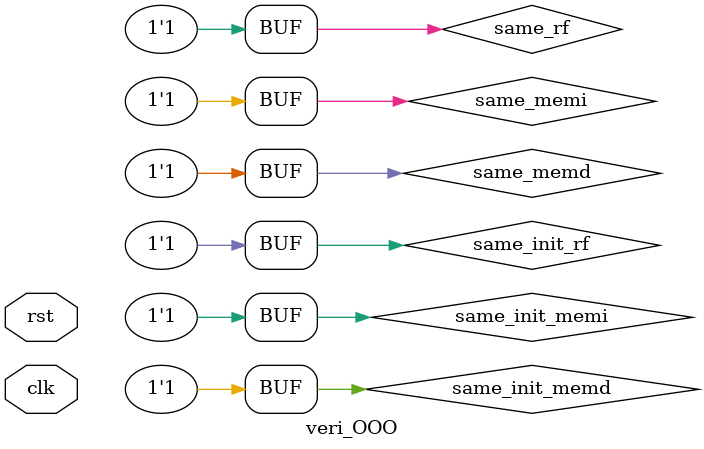
<source format=v>

`include "ISA/ISA.v"
`include "OOO_v1/OOO.v"


module veri_OOO(
  input clk,
  input rst

);

  // STEP: instantiate OOO and ISA
  OOO OOO(.clk(clk)                 , .rst(rst));
  ISA ISA(.clk(stall_ISA? 1'b0: clk), .rst(rst));


  // STEP: synchronized simulation
  reg stall_ISA;
  always @(posedge clk)
    if (rst)
      stall_ISA <= 1'b0;
    else
      stall_ISA <= !OOO.C_valid;


  // STEP: same initial state
  reg init;
  always @(posedge clk)
    if (rst)
      init <= 1'b1;
    else
      init <= 1'b0;

  wire same_pc = OOO.C_pc_last==ISA.pc_last;
  wire same_init_pc = init? same_pc: 1'b1;

  wire same_rf = OOO.rf_instance.array[0]==ISA.rf[0]
              && OOO.rf_instance.array[1]==ISA.rf[1]
              && OOO.rf_instance.array[2]==ISA.rf[2]
              && OOO.rf_instance.array[3]==ISA.rf[3];
  wire same_init_rf = init? same_rf: 1'b1;

  wire same_memi = OOO.memi_instance.array[0]==ISA.memi[0]
                && OOO.memi_instance.array[1]==ISA.memi[1]
                && OOO.memi_instance.array[2]==ISA.memi[2]
                && OOO.memi_instance.array[3]==ISA.memi[3]
                && OOO.memi_instance.array[4]==ISA.memi[4]
                && OOO.memi_instance.array[5]==ISA.memi[5]
                && OOO.memi_instance.array[6]==ISA.memi[6]
                && OOO.memi_instance.array[7]==ISA.memi[7];
  wire same_init_memi = init? same_memi: 1'b1;

  wire same_memd = OOO.memd[0]==ISA.memd[0]
                && OOO.memd[1]==ISA.memd[1]
                && OOO.memd[2]==ISA.memd[2]
                && OOO.memd[3]==ISA.memd[3];
  wire same_init_memd = init? same_memd: 1'b1;

  wire same_init_state = same_init_pc   && same_init_rf
                      && same_init_memi && same_init_memd;


  // STEP: same pc and rf forever
  wire incorrect = !(same_pc && same_rf);

endmodule


</source>
